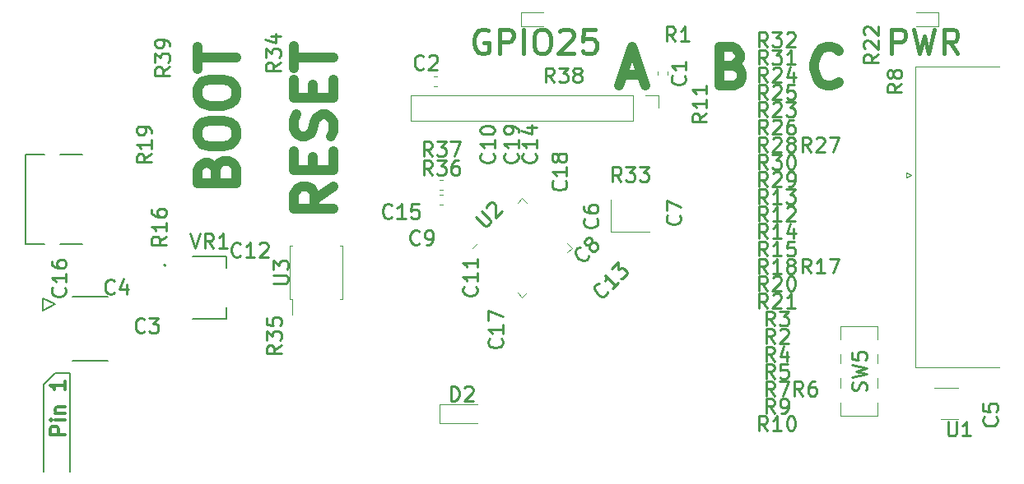
<source format=gto>
G04 #@! TF.GenerationSoftware,KiCad,Pcbnew,6.0.7-f9a2dced07~116~ubuntu22.04.1*
G04 #@! TF.CreationDate,2022-10-07T14:15:52-07:00*
G04 #@! TF.ProjectId,rc2014compat-pico-vga,72633230-3134-4636-9f6d-7061742d7069,rev?*
G04 #@! TF.SameCoordinates,Original*
G04 #@! TF.FileFunction,Legend,Top*
G04 #@! TF.FilePolarity,Positive*
%FSLAX46Y46*%
G04 Gerber Fmt 4.6, Leading zero omitted, Abs format (unit mm)*
G04 Created by KiCad (PCBNEW 6.0.7-f9a2dced07~116~ubuntu22.04.1) date 2022-10-07 14:15:52*
%MOMM*%
%LPD*%
G01*
G04 APERTURE LIST*
%ADD10C,0.200000*%
%ADD11C,0.400000*%
%ADD12C,0.300000*%
%ADD13C,1.000000*%
%ADD14C,0.250000*%
%ADD15C,0.120000*%
%ADD16C,0.152400*%
%ADD17C,0.150000*%
%ADD18C,0.127000*%
G04 APERTURE END LIST*
D10*
X154216100Y-142557500D02*
X155397200Y-141376400D01*
X155397200Y-141376400D02*
X156966920Y-141376400D01*
X156966920Y-141376400D02*
X156966920Y-151488140D01*
X154216100Y-151488140D02*
X154216100Y-142557500D01*
D11*
X199919247Y-106039600D02*
X199681152Y-105920552D01*
X199324009Y-105920552D01*
X198966866Y-106039600D01*
X198728771Y-106277695D01*
X198609723Y-106515790D01*
X198490676Y-106991980D01*
X198490676Y-107349123D01*
X198609723Y-107825314D01*
X198728771Y-108063409D01*
X198966866Y-108301504D01*
X199324009Y-108420552D01*
X199562104Y-108420552D01*
X199919247Y-108301504D01*
X200038295Y-108182457D01*
X200038295Y-107349123D01*
X199562104Y-107349123D01*
X201109723Y-108420552D02*
X201109723Y-105920552D01*
X202062104Y-105920552D01*
X202300200Y-106039600D01*
X202419247Y-106158647D01*
X202538295Y-106396742D01*
X202538295Y-106753885D01*
X202419247Y-106991980D01*
X202300200Y-107111028D01*
X202062104Y-107230076D01*
X201109723Y-107230076D01*
X203609723Y-108420552D02*
X203609723Y-105920552D01*
X205276390Y-105920552D02*
X205752580Y-105920552D01*
X205990676Y-106039600D01*
X206228771Y-106277695D01*
X206347819Y-106753885D01*
X206347819Y-107587219D01*
X206228771Y-108063409D01*
X205990676Y-108301504D01*
X205752580Y-108420552D01*
X205276390Y-108420552D01*
X205038295Y-108301504D01*
X204800200Y-108063409D01*
X204681152Y-107587219D01*
X204681152Y-106753885D01*
X204800200Y-106277695D01*
X205038295Y-106039600D01*
X205276390Y-105920552D01*
X207300200Y-106158647D02*
X207419247Y-106039600D01*
X207657342Y-105920552D01*
X208252580Y-105920552D01*
X208490676Y-106039600D01*
X208609723Y-106158647D01*
X208728771Y-106396742D01*
X208728771Y-106634838D01*
X208609723Y-106991980D01*
X207181152Y-108420552D01*
X208728771Y-108420552D01*
X210990676Y-105920552D02*
X209800200Y-105920552D01*
X209681152Y-107111028D01*
X209800200Y-106991980D01*
X210038295Y-106872933D01*
X210633533Y-106872933D01*
X210871628Y-106991980D01*
X210990676Y-107111028D01*
X211109723Y-107349123D01*
X211109723Y-107944361D01*
X210990676Y-108182457D01*
X210871628Y-108301504D01*
X210633533Y-108420552D01*
X210038295Y-108420552D01*
X209800200Y-108301504D01*
X209681152Y-108182457D01*
D12*
X156431371Y-147672085D02*
X154931371Y-147672085D01*
X154931371Y-147100657D01*
X155002800Y-146957800D01*
X155074228Y-146886371D01*
X155217085Y-146814942D01*
X155431371Y-146814942D01*
X155574228Y-146886371D01*
X155645657Y-146957800D01*
X155717085Y-147100657D01*
X155717085Y-147672085D01*
X156431371Y-146172085D02*
X155431371Y-146172085D01*
X154931371Y-146172085D02*
X155002800Y-146243514D01*
X155074228Y-146172085D01*
X155002800Y-146100657D01*
X154931371Y-146172085D01*
X155074228Y-146172085D01*
X155431371Y-145457800D02*
X156431371Y-145457800D01*
X155574228Y-145457800D02*
X155502800Y-145386371D01*
X155431371Y-145243514D01*
X155431371Y-145029228D01*
X155502800Y-144886371D01*
X155645657Y-144814942D01*
X156431371Y-144814942D01*
X156431371Y-142172085D02*
X156431371Y-143029228D01*
X156431371Y-142600657D02*
X154931371Y-142600657D01*
X155145657Y-142743514D01*
X155288514Y-142886371D01*
X155359942Y-143029228D01*
D11*
X241456666Y-108420552D02*
X241456666Y-105920552D01*
X242409047Y-105920552D01*
X242647142Y-106039600D01*
X242766190Y-106158647D01*
X242885238Y-106396742D01*
X242885238Y-106753885D01*
X242766190Y-106991980D01*
X242647142Y-107111028D01*
X242409047Y-107230076D01*
X241456666Y-107230076D01*
X243718571Y-105920552D02*
X244313809Y-108420552D01*
X244790000Y-106634838D01*
X245266190Y-108420552D01*
X245861428Y-105920552D01*
X248242380Y-108420552D02*
X247409047Y-107230076D01*
X246813809Y-108420552D02*
X246813809Y-105920552D01*
X247766190Y-105920552D01*
X248004285Y-106039600D01*
X248123333Y-106158647D01*
X248242380Y-106396742D01*
X248242380Y-106753885D01*
X248123333Y-106991980D01*
X248004285Y-107111028D01*
X247766190Y-107230076D01*
X246813809Y-107230076D01*
D13*
X184003723Y-122141523D02*
X182098961Y-123474857D01*
X184003723Y-124427238D02*
X180003723Y-124427238D01*
X180003723Y-122903428D01*
X180194200Y-122522476D01*
X180384676Y-122332000D01*
X180765628Y-122141523D01*
X181337057Y-122141523D01*
X181718009Y-122332000D01*
X181908485Y-122522476D01*
X182098961Y-122903428D01*
X182098961Y-124427238D01*
X181908485Y-120427238D02*
X181908485Y-119093904D01*
X184003723Y-118522476D02*
X184003723Y-120427238D01*
X180003723Y-120427238D01*
X180003723Y-118522476D01*
X183813247Y-116998666D02*
X184003723Y-116427238D01*
X184003723Y-115474857D01*
X183813247Y-115093904D01*
X183622771Y-114903428D01*
X183241819Y-114712952D01*
X182860866Y-114712952D01*
X182479914Y-114903428D01*
X182289438Y-115093904D01*
X182098961Y-115474857D01*
X181908485Y-116236761D01*
X181718009Y-116617714D01*
X181527533Y-116808190D01*
X181146580Y-116998666D01*
X180765628Y-116998666D01*
X180384676Y-116808190D01*
X180194200Y-116617714D01*
X180003723Y-116236761D01*
X180003723Y-115284380D01*
X180194200Y-114712952D01*
X181908485Y-112998666D02*
X181908485Y-111665333D01*
X184003723Y-111093904D02*
X184003723Y-112998666D01*
X180003723Y-112998666D01*
X180003723Y-111093904D01*
X180003723Y-109951047D02*
X180003723Y-107665333D01*
X184003723Y-108808190D02*
X180003723Y-108808190D01*
X235984895Y-111359771D02*
X235794419Y-111550247D01*
X235222990Y-111740723D01*
X234842038Y-111740723D01*
X234270609Y-111550247D01*
X233889657Y-111169295D01*
X233699180Y-110788342D01*
X233508704Y-110026438D01*
X233508704Y-109455009D01*
X233699180Y-108693104D01*
X233889657Y-108312152D01*
X234270609Y-107931200D01*
X234842038Y-107740723D01*
X235222990Y-107740723D01*
X235794419Y-107931200D01*
X235984895Y-108121676D01*
X213812219Y-110597866D02*
X215716980Y-110597866D01*
X213431266Y-111740723D02*
X214764600Y-107740723D01*
X216097933Y-111740723D01*
X225050314Y-109645485D02*
X225621742Y-109835961D01*
X225812219Y-110026438D01*
X226002695Y-110407390D01*
X226002695Y-110978819D01*
X225812219Y-111359771D01*
X225621742Y-111550247D01*
X225240790Y-111740723D01*
X223716980Y-111740723D01*
X223716980Y-107740723D01*
X225050314Y-107740723D01*
X225431266Y-107931200D01*
X225621742Y-108121676D01*
X225812219Y-108502628D01*
X225812219Y-108883580D01*
X225621742Y-109264533D01*
X225431266Y-109455009D01*
X225050314Y-109645485D01*
X223716980Y-109645485D01*
X171926285Y-120465171D02*
X172116761Y-119893742D01*
X172307238Y-119703266D01*
X172688190Y-119512790D01*
X173259619Y-119512790D01*
X173640571Y-119703266D01*
X173831047Y-119893742D01*
X174021523Y-120274695D01*
X174021523Y-121798504D01*
X170021523Y-121798504D01*
X170021523Y-120465171D01*
X170212000Y-120084219D01*
X170402476Y-119893742D01*
X170783428Y-119703266D01*
X171164380Y-119703266D01*
X171545333Y-119893742D01*
X171735809Y-120084219D01*
X171926285Y-120465171D01*
X171926285Y-121798504D01*
X170021523Y-117036600D02*
X170021523Y-116274695D01*
X170212000Y-115893742D01*
X170592952Y-115512790D01*
X171354857Y-115322314D01*
X172688190Y-115322314D01*
X173450095Y-115512790D01*
X173831047Y-115893742D01*
X174021523Y-116274695D01*
X174021523Y-117036600D01*
X173831047Y-117417552D01*
X173450095Y-117798504D01*
X172688190Y-117988980D01*
X171354857Y-117988980D01*
X170592952Y-117798504D01*
X170212000Y-117417552D01*
X170021523Y-117036600D01*
X170021523Y-112846123D02*
X170021523Y-112084219D01*
X170212000Y-111703266D01*
X170592952Y-111322314D01*
X171354857Y-111131838D01*
X172688190Y-111131838D01*
X173450095Y-111322314D01*
X173831047Y-111703266D01*
X174021523Y-112084219D01*
X174021523Y-112846123D01*
X173831047Y-113227076D01*
X173450095Y-113608028D01*
X172688190Y-113798504D01*
X171354857Y-113798504D01*
X170592952Y-113608028D01*
X170212000Y-113227076D01*
X170021523Y-112846123D01*
X170021523Y-109988980D02*
X170021523Y-107703266D01*
X174021523Y-108846123D02*
X170021523Y-108846123D01*
D14*
G04 #@! TO.C,R37*
X194158514Y-118991771D02*
X193658514Y-118277485D01*
X193301371Y-118991771D02*
X193301371Y-117491771D01*
X193872800Y-117491771D01*
X194015657Y-117563200D01*
X194087085Y-117634628D01*
X194158514Y-117777485D01*
X194158514Y-117991771D01*
X194087085Y-118134628D01*
X194015657Y-118206057D01*
X193872800Y-118277485D01*
X193301371Y-118277485D01*
X194658514Y-117491771D02*
X195587085Y-117491771D01*
X195087085Y-118063200D01*
X195301371Y-118063200D01*
X195444228Y-118134628D01*
X195515657Y-118206057D01*
X195587085Y-118348914D01*
X195587085Y-118706057D01*
X195515657Y-118848914D01*
X195444228Y-118920342D01*
X195301371Y-118991771D01*
X194872800Y-118991771D01*
X194729942Y-118920342D01*
X194658514Y-118848914D01*
X196087085Y-117491771D02*
X197087085Y-117491771D01*
X196444228Y-118991771D01*
G04 #@! TO.C,R21*
X228677114Y-134663571D02*
X228177114Y-133949285D01*
X227819971Y-134663571D02*
X227819971Y-133163571D01*
X228391400Y-133163571D01*
X228534257Y-133235000D01*
X228605685Y-133306428D01*
X228677114Y-133449285D01*
X228677114Y-133663571D01*
X228605685Y-133806428D01*
X228534257Y-133877857D01*
X228391400Y-133949285D01*
X227819971Y-133949285D01*
X229248542Y-133306428D02*
X229319971Y-133235000D01*
X229462828Y-133163571D01*
X229819971Y-133163571D01*
X229962828Y-133235000D01*
X230034257Y-133306428D01*
X230105685Y-133449285D01*
X230105685Y-133592142D01*
X230034257Y-133806428D01*
X229177114Y-134663571D01*
X230105685Y-134663571D01*
X231534257Y-134663571D02*
X230677114Y-134663571D01*
X231105685Y-134663571D02*
X231105685Y-133163571D01*
X230962828Y-133377857D01*
X230819971Y-133520714D01*
X230677114Y-133592142D01*
G04 #@! TO.C,SW5*
X238782942Y-143147800D02*
X238854371Y-142933514D01*
X238854371Y-142576371D01*
X238782942Y-142433514D01*
X238711514Y-142362085D01*
X238568657Y-142290657D01*
X238425800Y-142290657D01*
X238282942Y-142362085D01*
X238211514Y-142433514D01*
X238140085Y-142576371D01*
X238068657Y-142862085D01*
X237997228Y-143004942D01*
X237925800Y-143076371D01*
X237782942Y-143147800D01*
X237640085Y-143147800D01*
X237497228Y-143076371D01*
X237425800Y-143004942D01*
X237354371Y-142862085D01*
X237354371Y-142504942D01*
X237425800Y-142290657D01*
X237354371Y-141790657D02*
X238854371Y-141433514D01*
X237782942Y-141147800D01*
X238854371Y-140862085D01*
X237354371Y-140504942D01*
X237354371Y-139219228D02*
X237354371Y-139933514D01*
X238068657Y-140004942D01*
X237997228Y-139933514D01*
X237925800Y-139790657D01*
X237925800Y-139433514D01*
X237997228Y-139290657D01*
X238068657Y-139219228D01*
X238211514Y-139147800D01*
X238568657Y-139147800D01*
X238711514Y-139219228D01*
X238782942Y-139290657D01*
X238854371Y-139433514D01*
X238854371Y-139790657D01*
X238782942Y-139933514D01*
X238711514Y-140004942D01*
G04 #@! TO.C,C14*
X204802514Y-118718685D02*
X204873942Y-118790114D01*
X204945371Y-119004400D01*
X204945371Y-119147257D01*
X204873942Y-119361542D01*
X204731085Y-119504400D01*
X204588228Y-119575828D01*
X204302514Y-119647257D01*
X204088228Y-119647257D01*
X203802514Y-119575828D01*
X203659657Y-119504400D01*
X203516800Y-119361542D01*
X203445371Y-119147257D01*
X203445371Y-119004400D01*
X203516800Y-118790114D01*
X203588228Y-118718685D01*
X204945371Y-117290114D02*
X204945371Y-118147257D01*
X204945371Y-117718685D02*
X203445371Y-117718685D01*
X203659657Y-117861542D01*
X203802514Y-118004400D01*
X203873942Y-118147257D01*
X203945371Y-116004400D02*
X204945371Y-116004400D01*
X203373942Y-116361542D02*
X204445371Y-116718685D01*
X204445371Y-115790114D01*
G04 #@! TO.C,R10*
X228677114Y-147287371D02*
X228177114Y-146573085D01*
X227819971Y-147287371D02*
X227819971Y-145787371D01*
X228391400Y-145787371D01*
X228534257Y-145858800D01*
X228605685Y-145930228D01*
X228677114Y-146073085D01*
X228677114Y-146287371D01*
X228605685Y-146430228D01*
X228534257Y-146501657D01*
X228391400Y-146573085D01*
X227819971Y-146573085D01*
X230105685Y-147287371D02*
X229248542Y-147287371D01*
X229677114Y-147287371D02*
X229677114Y-145787371D01*
X229534257Y-146001657D01*
X229391400Y-146144514D01*
X229248542Y-146215942D01*
X231034257Y-145787371D02*
X231177114Y-145787371D01*
X231319971Y-145858800D01*
X231391400Y-145930228D01*
X231462828Y-146073085D01*
X231534257Y-146358800D01*
X231534257Y-146715942D01*
X231462828Y-147001657D01*
X231391400Y-147144514D01*
X231319971Y-147215942D01*
X231177114Y-147287371D01*
X231034257Y-147287371D01*
X230891400Y-147215942D01*
X230819971Y-147144514D01*
X230748542Y-147001657D01*
X230677114Y-146715942D01*
X230677114Y-146358800D01*
X230748542Y-146073085D01*
X230819971Y-145930228D01*
X230891400Y-145858800D01*
X231034257Y-145787371D01*
G04 #@! TO.C,C17*
X201297314Y-137819485D02*
X201368742Y-137890914D01*
X201440171Y-138105200D01*
X201440171Y-138248057D01*
X201368742Y-138462342D01*
X201225885Y-138605200D01*
X201083028Y-138676628D01*
X200797314Y-138748057D01*
X200583028Y-138748057D01*
X200297314Y-138676628D01*
X200154457Y-138605200D01*
X200011600Y-138462342D01*
X199940171Y-138248057D01*
X199940171Y-138105200D01*
X200011600Y-137890914D01*
X200083028Y-137819485D01*
X201440171Y-136390914D02*
X201440171Y-137248057D01*
X201440171Y-136819485D02*
X199940171Y-136819485D01*
X200154457Y-136962342D01*
X200297314Y-137105200D01*
X200368742Y-137248057D01*
X199940171Y-135890914D02*
X199940171Y-134890914D01*
X201440171Y-135533771D01*
G04 #@! TO.C,R13*
X228677114Y-123919371D02*
X228177114Y-123205085D01*
X227819971Y-123919371D02*
X227819971Y-122419371D01*
X228391400Y-122419371D01*
X228534257Y-122490800D01*
X228605685Y-122562228D01*
X228677114Y-122705085D01*
X228677114Y-122919371D01*
X228605685Y-123062228D01*
X228534257Y-123133657D01*
X228391400Y-123205085D01*
X227819971Y-123205085D01*
X230105685Y-123919371D02*
X229248542Y-123919371D01*
X229677114Y-123919371D02*
X229677114Y-122419371D01*
X229534257Y-122633657D01*
X229391400Y-122776514D01*
X229248542Y-122847942D01*
X230605685Y-122419371D02*
X231534257Y-122419371D01*
X231034257Y-122990800D01*
X231248542Y-122990800D01*
X231391400Y-123062228D01*
X231462828Y-123133657D01*
X231534257Y-123276514D01*
X231534257Y-123633657D01*
X231462828Y-123776514D01*
X231391400Y-123847942D01*
X231248542Y-123919371D01*
X230819971Y-123919371D01*
X230677114Y-123847942D01*
X230605685Y-123776514D01*
G04 #@! TO.C,R9*
X229391400Y-145483971D02*
X228891400Y-144769685D01*
X228534257Y-145483971D02*
X228534257Y-143983971D01*
X229105685Y-143983971D01*
X229248542Y-144055400D01*
X229319971Y-144126828D01*
X229391400Y-144269685D01*
X229391400Y-144483971D01*
X229319971Y-144626828D01*
X229248542Y-144698257D01*
X229105685Y-144769685D01*
X228534257Y-144769685D01*
X230105685Y-145483971D02*
X230391400Y-145483971D01*
X230534257Y-145412542D01*
X230605685Y-145341114D01*
X230748542Y-145126828D01*
X230819971Y-144841114D01*
X230819971Y-144269685D01*
X230748542Y-144126828D01*
X230677114Y-144055400D01*
X230534257Y-143983971D01*
X230248542Y-143983971D01*
X230105685Y-144055400D01*
X230034257Y-144126828D01*
X229962828Y-144269685D01*
X229962828Y-144626828D01*
X230034257Y-144769685D01*
X230105685Y-144841114D01*
X230248542Y-144912542D01*
X230534257Y-144912542D01*
X230677114Y-144841114D01*
X230748542Y-144769685D01*
X230819971Y-144626828D01*
G04 #@! TO.C,C8*
X210285430Y-129231983D02*
X210285430Y-129332999D01*
X210184415Y-129535029D01*
X210083400Y-129636044D01*
X209881369Y-129737060D01*
X209679338Y-129737060D01*
X209527816Y-129686552D01*
X209275277Y-129535029D01*
X209123755Y-129383506D01*
X208972232Y-129130968D01*
X208921724Y-128979445D01*
X208921724Y-128777415D01*
X209022739Y-128575384D01*
X209123755Y-128474369D01*
X209325785Y-128373354D01*
X209426800Y-128373354D01*
X210386445Y-128120816D02*
X210234922Y-128171323D01*
X210133907Y-128171323D01*
X209982384Y-128120816D01*
X209931877Y-128070308D01*
X209881369Y-127918785D01*
X209881369Y-127817770D01*
X209931877Y-127666247D01*
X210133907Y-127464216D01*
X210285430Y-127413709D01*
X210386445Y-127413709D01*
X210537968Y-127464216D01*
X210588476Y-127514724D01*
X210638983Y-127666247D01*
X210638983Y-127767262D01*
X210588476Y-127918785D01*
X210386445Y-128120816D01*
X210335938Y-128272338D01*
X210335938Y-128373354D01*
X210386445Y-128524877D01*
X210588476Y-128726907D01*
X210739999Y-128777415D01*
X210841014Y-128777415D01*
X210992537Y-128726907D01*
X211194567Y-128524877D01*
X211245075Y-128373354D01*
X211245075Y-128272338D01*
X211194567Y-128120816D01*
X210992537Y-127918785D01*
X210841014Y-127868277D01*
X210739999Y-127868277D01*
X210588476Y-127918785D01*
G04 #@! TO.C,R33*
X213614914Y-121633371D02*
X213114914Y-120919085D01*
X212757771Y-121633371D02*
X212757771Y-120133371D01*
X213329200Y-120133371D01*
X213472057Y-120204800D01*
X213543485Y-120276228D01*
X213614914Y-120419085D01*
X213614914Y-120633371D01*
X213543485Y-120776228D01*
X213472057Y-120847657D01*
X213329200Y-120919085D01*
X212757771Y-120919085D01*
X214114914Y-120133371D02*
X215043485Y-120133371D01*
X214543485Y-120704800D01*
X214757771Y-120704800D01*
X214900628Y-120776228D01*
X214972057Y-120847657D01*
X215043485Y-120990514D01*
X215043485Y-121347657D01*
X214972057Y-121490514D01*
X214900628Y-121561942D01*
X214757771Y-121633371D01*
X214329200Y-121633371D01*
X214186342Y-121561942D01*
X214114914Y-121490514D01*
X215543485Y-120133371D02*
X216472057Y-120133371D01*
X215972057Y-120704800D01*
X216186342Y-120704800D01*
X216329200Y-120776228D01*
X216400628Y-120847657D01*
X216472057Y-120990514D01*
X216472057Y-121347657D01*
X216400628Y-121490514D01*
X216329200Y-121561942D01*
X216186342Y-121633371D01*
X215757771Y-121633371D01*
X215614914Y-121561942D01*
X215543485Y-121490514D01*
G04 #@! TO.C,R16*
X166845371Y-127253085D02*
X166131085Y-127753085D01*
X166845371Y-128110228D02*
X165345371Y-128110228D01*
X165345371Y-127538800D01*
X165416800Y-127395942D01*
X165488228Y-127324514D01*
X165631085Y-127253085D01*
X165845371Y-127253085D01*
X165988228Y-127324514D01*
X166059657Y-127395942D01*
X166131085Y-127538800D01*
X166131085Y-128110228D01*
X166845371Y-125824514D02*
X166845371Y-126681657D01*
X166845371Y-126253085D02*
X165345371Y-126253085D01*
X165559657Y-126395942D01*
X165702514Y-126538800D01*
X165773942Y-126681657D01*
X165345371Y-124538800D02*
X165345371Y-124824514D01*
X165416800Y-124967371D01*
X165488228Y-125038800D01*
X165702514Y-125181657D01*
X165988228Y-125253085D01*
X166559657Y-125253085D01*
X166702514Y-125181657D01*
X166773942Y-125110228D01*
X166845371Y-124967371D01*
X166845371Y-124681657D01*
X166773942Y-124538800D01*
X166702514Y-124467371D01*
X166559657Y-124395942D01*
X166202514Y-124395942D01*
X166059657Y-124467371D01*
X165988228Y-124538800D01*
X165916800Y-124681657D01*
X165916800Y-124967371D01*
X165988228Y-125110228D01*
X166059657Y-125181657D01*
X166202514Y-125253085D01*
G04 #@! TO.C,R1*
X219180600Y-107155371D02*
X218680600Y-106441085D01*
X218323457Y-107155371D02*
X218323457Y-105655371D01*
X218894885Y-105655371D01*
X219037742Y-105726800D01*
X219109171Y-105798228D01*
X219180600Y-105941085D01*
X219180600Y-106155371D01*
X219109171Y-106298228D01*
X219037742Y-106369657D01*
X218894885Y-106441085D01*
X218323457Y-106441085D01*
X220609171Y-107155371D02*
X219752028Y-107155371D01*
X220180600Y-107155371D02*
X220180600Y-105655371D01*
X220037742Y-105869657D01*
X219894885Y-106012514D01*
X219752028Y-106083942D01*
G04 #@! TO.C,R35*
X178656371Y-138454485D02*
X177942085Y-138954485D01*
X178656371Y-139311628D02*
X177156371Y-139311628D01*
X177156371Y-138740200D01*
X177227800Y-138597342D01*
X177299228Y-138525914D01*
X177442085Y-138454485D01*
X177656371Y-138454485D01*
X177799228Y-138525914D01*
X177870657Y-138597342D01*
X177942085Y-138740200D01*
X177942085Y-139311628D01*
X177156371Y-137954485D02*
X177156371Y-137025914D01*
X177727800Y-137525914D01*
X177727800Y-137311628D01*
X177799228Y-137168771D01*
X177870657Y-137097342D01*
X178013514Y-137025914D01*
X178370657Y-137025914D01*
X178513514Y-137097342D01*
X178584942Y-137168771D01*
X178656371Y-137311628D01*
X178656371Y-137740200D01*
X178584942Y-137883057D01*
X178513514Y-137954485D01*
X177156371Y-135668771D02*
X177156371Y-136383057D01*
X177870657Y-136454485D01*
X177799228Y-136383057D01*
X177727800Y-136240200D01*
X177727800Y-135883057D01*
X177799228Y-135740200D01*
X177870657Y-135668771D01*
X178013514Y-135597342D01*
X178370657Y-135597342D01*
X178513514Y-135668771D01*
X178584942Y-135740200D01*
X178656371Y-135883057D01*
X178656371Y-136240200D01*
X178584942Y-136383057D01*
X178513514Y-136454485D01*
G04 #@! TO.C,C11*
X198708114Y-132434685D02*
X198779542Y-132506114D01*
X198850971Y-132720400D01*
X198850971Y-132863257D01*
X198779542Y-133077542D01*
X198636685Y-133220400D01*
X198493828Y-133291828D01*
X198208114Y-133363257D01*
X197993828Y-133363257D01*
X197708114Y-133291828D01*
X197565257Y-133220400D01*
X197422400Y-133077542D01*
X197350971Y-132863257D01*
X197350971Y-132720400D01*
X197422400Y-132506114D01*
X197493828Y-132434685D01*
X198850971Y-131006114D02*
X198850971Y-131863257D01*
X198850971Y-131434685D02*
X197350971Y-131434685D01*
X197565257Y-131577542D01*
X197708114Y-131720400D01*
X197779542Y-131863257D01*
X198850971Y-129577542D02*
X198850971Y-130434685D01*
X198850971Y-130006114D02*
X197350971Y-130006114D01*
X197565257Y-130148971D01*
X197708114Y-130291828D01*
X197779542Y-130434685D01*
G04 #@! TO.C,R3*
X229391400Y-136466971D02*
X228891400Y-135752685D01*
X228534257Y-136466971D02*
X228534257Y-134966971D01*
X229105685Y-134966971D01*
X229248542Y-135038400D01*
X229319971Y-135109828D01*
X229391400Y-135252685D01*
X229391400Y-135466971D01*
X229319971Y-135609828D01*
X229248542Y-135681257D01*
X229105685Y-135752685D01*
X228534257Y-135752685D01*
X229891400Y-134966971D02*
X230819971Y-134966971D01*
X230319971Y-135538400D01*
X230534257Y-135538400D01*
X230677114Y-135609828D01*
X230748542Y-135681257D01*
X230819971Y-135824114D01*
X230819971Y-136181257D01*
X230748542Y-136324114D01*
X230677114Y-136395542D01*
X230534257Y-136466971D01*
X230105685Y-136466971D01*
X229962828Y-136395542D01*
X229891400Y-136324114D01*
G04 #@! TO.C,R5*
X229391400Y-141902571D02*
X228891400Y-141188285D01*
X228534257Y-141902571D02*
X228534257Y-140402571D01*
X229105685Y-140402571D01*
X229248542Y-140474000D01*
X229319971Y-140545428D01*
X229391400Y-140688285D01*
X229391400Y-140902571D01*
X229319971Y-141045428D01*
X229248542Y-141116857D01*
X229105685Y-141188285D01*
X228534257Y-141188285D01*
X230748542Y-140402571D02*
X230034257Y-140402571D01*
X229962828Y-141116857D01*
X230034257Y-141045428D01*
X230177114Y-140974000D01*
X230534257Y-140974000D01*
X230677114Y-141045428D01*
X230748542Y-141116857D01*
X230819971Y-141259714D01*
X230819971Y-141616857D01*
X230748542Y-141759714D01*
X230677114Y-141831142D01*
X230534257Y-141902571D01*
X230177114Y-141902571D01*
X230034257Y-141831142D01*
X229962828Y-141759714D01*
G04 #@! TO.C,C16*
X156390114Y-132510885D02*
X156461542Y-132582314D01*
X156532971Y-132796600D01*
X156532971Y-132939457D01*
X156461542Y-133153742D01*
X156318685Y-133296600D01*
X156175828Y-133368028D01*
X155890114Y-133439457D01*
X155675828Y-133439457D01*
X155390114Y-133368028D01*
X155247257Y-133296600D01*
X155104400Y-133153742D01*
X155032971Y-132939457D01*
X155032971Y-132796600D01*
X155104400Y-132582314D01*
X155175828Y-132510885D01*
X156532971Y-131082314D02*
X156532971Y-131939457D01*
X156532971Y-131510885D02*
X155032971Y-131510885D01*
X155247257Y-131653742D01*
X155390114Y-131796600D01*
X155461542Y-131939457D01*
X155032971Y-129796600D02*
X155032971Y-130082314D01*
X155104400Y-130225171D01*
X155175828Y-130296600D01*
X155390114Y-130439457D01*
X155675828Y-130510885D01*
X156247257Y-130510885D01*
X156390114Y-130439457D01*
X156461542Y-130368028D01*
X156532971Y-130225171D01*
X156532971Y-129939457D01*
X156461542Y-129796600D01*
X156390114Y-129725171D01*
X156247257Y-129653742D01*
X155890114Y-129653742D01*
X155747257Y-129725171D01*
X155675828Y-129796600D01*
X155604400Y-129939457D01*
X155604400Y-130225171D01*
X155675828Y-130368028D01*
X155747257Y-130439457D01*
X155890114Y-130510885D01*
G04 #@! TO.C,R24*
X228677114Y-111346371D02*
X228177114Y-110632085D01*
X227819971Y-111346371D02*
X227819971Y-109846371D01*
X228391400Y-109846371D01*
X228534257Y-109917800D01*
X228605685Y-109989228D01*
X228677114Y-110132085D01*
X228677114Y-110346371D01*
X228605685Y-110489228D01*
X228534257Y-110560657D01*
X228391400Y-110632085D01*
X227819971Y-110632085D01*
X229248542Y-109989228D02*
X229319971Y-109917800D01*
X229462828Y-109846371D01*
X229819971Y-109846371D01*
X229962828Y-109917800D01*
X230034257Y-109989228D01*
X230105685Y-110132085D01*
X230105685Y-110274942D01*
X230034257Y-110489228D01*
X229177114Y-111346371D01*
X230105685Y-111346371D01*
X231391400Y-110346371D02*
X231391400Y-111346371D01*
X231034257Y-109774942D02*
X230677114Y-110846371D01*
X231605685Y-110846371D01*
G04 #@! TO.C,R30*
X228677114Y-120337971D02*
X228177114Y-119623685D01*
X227819971Y-120337971D02*
X227819971Y-118837971D01*
X228391400Y-118837971D01*
X228534257Y-118909400D01*
X228605685Y-118980828D01*
X228677114Y-119123685D01*
X228677114Y-119337971D01*
X228605685Y-119480828D01*
X228534257Y-119552257D01*
X228391400Y-119623685D01*
X227819971Y-119623685D01*
X229177114Y-118837971D02*
X230105685Y-118837971D01*
X229605685Y-119409400D01*
X229819971Y-119409400D01*
X229962828Y-119480828D01*
X230034257Y-119552257D01*
X230105685Y-119695114D01*
X230105685Y-120052257D01*
X230034257Y-120195114D01*
X229962828Y-120266542D01*
X229819971Y-120337971D01*
X229391400Y-120337971D01*
X229248542Y-120266542D01*
X229177114Y-120195114D01*
X231034257Y-118837971D02*
X231177114Y-118837971D01*
X231319971Y-118909400D01*
X231391400Y-118980828D01*
X231462828Y-119123685D01*
X231534257Y-119409400D01*
X231534257Y-119766542D01*
X231462828Y-120052257D01*
X231391400Y-120195114D01*
X231319971Y-120266542D01*
X231177114Y-120337971D01*
X231034257Y-120337971D01*
X230891400Y-120266542D01*
X230819971Y-120195114D01*
X230748542Y-120052257D01*
X230677114Y-119766542D01*
X230677114Y-119409400D01*
X230748542Y-119123685D01*
X230819971Y-118980828D01*
X230891400Y-118909400D01*
X231034257Y-118837971D01*
G04 #@! TO.C,C3*
X164596000Y-137035314D02*
X164524571Y-137106742D01*
X164310285Y-137178171D01*
X164167428Y-137178171D01*
X163953142Y-137106742D01*
X163810285Y-136963885D01*
X163738857Y-136821028D01*
X163667428Y-136535314D01*
X163667428Y-136321028D01*
X163738857Y-136035314D01*
X163810285Y-135892457D01*
X163953142Y-135749600D01*
X164167428Y-135678171D01*
X164310285Y-135678171D01*
X164524571Y-135749600D01*
X164596000Y-135821028D01*
X165096000Y-135678171D02*
X166024571Y-135678171D01*
X165524571Y-136249600D01*
X165738857Y-136249600D01*
X165881714Y-136321028D01*
X165953142Y-136392457D01*
X166024571Y-136535314D01*
X166024571Y-136892457D01*
X165953142Y-137035314D01*
X165881714Y-137106742D01*
X165738857Y-137178171D01*
X165310285Y-137178171D01*
X165167428Y-137106742D01*
X165096000Y-137035314D01*
G04 #@! TO.C,U1*
X247243742Y-146320771D02*
X247243742Y-147535057D01*
X247315171Y-147677914D01*
X247386600Y-147749342D01*
X247529457Y-147820771D01*
X247815171Y-147820771D01*
X247958028Y-147749342D01*
X248029457Y-147677914D01*
X248100885Y-147535057D01*
X248100885Y-146320771D01*
X249600885Y-147820771D02*
X248743742Y-147820771D01*
X249172314Y-147820771D02*
X249172314Y-146320771D01*
X249029457Y-146535057D01*
X248886600Y-146677914D01*
X248743742Y-146749342D01*
G04 #@! TO.C,R23*
X228677114Y-114927771D02*
X228177114Y-114213485D01*
X227819971Y-114927771D02*
X227819971Y-113427771D01*
X228391400Y-113427771D01*
X228534257Y-113499200D01*
X228605685Y-113570628D01*
X228677114Y-113713485D01*
X228677114Y-113927771D01*
X228605685Y-114070628D01*
X228534257Y-114142057D01*
X228391400Y-114213485D01*
X227819971Y-114213485D01*
X229248542Y-113570628D02*
X229319971Y-113499200D01*
X229462828Y-113427771D01*
X229819971Y-113427771D01*
X229962828Y-113499200D01*
X230034257Y-113570628D01*
X230105685Y-113713485D01*
X230105685Y-113856342D01*
X230034257Y-114070628D01*
X229177114Y-114927771D01*
X230105685Y-114927771D01*
X230605685Y-113427771D02*
X231534257Y-113427771D01*
X231034257Y-113999200D01*
X231248542Y-113999200D01*
X231391400Y-114070628D01*
X231462828Y-114142057D01*
X231534257Y-114284914D01*
X231534257Y-114642057D01*
X231462828Y-114784914D01*
X231391400Y-114856342D01*
X231248542Y-114927771D01*
X230819971Y-114927771D01*
X230677114Y-114856342D01*
X230605685Y-114784914D01*
G04 #@! TO.C,R2*
X229391400Y-138270371D02*
X228891400Y-137556085D01*
X228534257Y-138270371D02*
X228534257Y-136770371D01*
X229105685Y-136770371D01*
X229248542Y-136841800D01*
X229319971Y-136913228D01*
X229391400Y-137056085D01*
X229391400Y-137270371D01*
X229319971Y-137413228D01*
X229248542Y-137484657D01*
X229105685Y-137556085D01*
X228534257Y-137556085D01*
X229962828Y-136913228D02*
X230034257Y-136841800D01*
X230177114Y-136770371D01*
X230534257Y-136770371D01*
X230677114Y-136841800D01*
X230748542Y-136913228D01*
X230819971Y-137056085D01*
X230819971Y-137198942D01*
X230748542Y-137413228D01*
X229891400Y-138270371D01*
X230819971Y-138270371D01*
G04 #@! TO.C,R7*
X229391400Y-143705971D02*
X228891400Y-142991685D01*
X228534257Y-143705971D02*
X228534257Y-142205971D01*
X229105685Y-142205971D01*
X229248542Y-142277400D01*
X229319971Y-142348828D01*
X229391400Y-142491685D01*
X229391400Y-142705971D01*
X229319971Y-142848828D01*
X229248542Y-142920257D01*
X229105685Y-142991685D01*
X228534257Y-142991685D01*
X229891400Y-142205971D02*
X230891400Y-142205971D01*
X230248542Y-143705971D01*
G04 #@! TO.C,C6*
X211100114Y-125421200D02*
X211171542Y-125492628D01*
X211242971Y-125706914D01*
X211242971Y-125849771D01*
X211171542Y-126064057D01*
X211028685Y-126206914D01*
X210885828Y-126278342D01*
X210600114Y-126349771D01*
X210385828Y-126349771D01*
X210100114Y-126278342D01*
X209957257Y-126206914D01*
X209814400Y-126064057D01*
X209742971Y-125849771D01*
X209742971Y-125706914D01*
X209814400Y-125492628D01*
X209885828Y-125421200D01*
X209742971Y-124135485D02*
X209742971Y-124421200D01*
X209814400Y-124564057D01*
X209885828Y-124635485D01*
X210100114Y-124778342D01*
X210385828Y-124849771D01*
X210957257Y-124849771D01*
X211100114Y-124778342D01*
X211171542Y-124706914D01*
X211242971Y-124564057D01*
X211242971Y-124278342D01*
X211171542Y-124135485D01*
X211100114Y-124064057D01*
X210957257Y-123992628D01*
X210600114Y-123992628D01*
X210457257Y-124064057D01*
X210385828Y-124135485D01*
X210314400Y-124278342D01*
X210314400Y-124564057D01*
X210385828Y-124706914D01*
X210457257Y-124778342D01*
X210600114Y-124849771D01*
G04 #@! TO.C,R32*
X228677114Y-107739571D02*
X228177114Y-107025285D01*
X227819971Y-107739571D02*
X227819971Y-106239571D01*
X228391400Y-106239571D01*
X228534257Y-106311000D01*
X228605685Y-106382428D01*
X228677114Y-106525285D01*
X228677114Y-106739571D01*
X228605685Y-106882428D01*
X228534257Y-106953857D01*
X228391400Y-107025285D01*
X227819971Y-107025285D01*
X229177114Y-106239571D02*
X230105685Y-106239571D01*
X229605685Y-106811000D01*
X229819971Y-106811000D01*
X229962828Y-106882428D01*
X230034257Y-106953857D01*
X230105685Y-107096714D01*
X230105685Y-107453857D01*
X230034257Y-107596714D01*
X229962828Y-107668142D01*
X229819971Y-107739571D01*
X229391400Y-107739571D01*
X229248542Y-107668142D01*
X229177114Y-107596714D01*
X230677114Y-106382428D02*
X230748542Y-106311000D01*
X230891400Y-106239571D01*
X231248542Y-106239571D01*
X231391400Y-106311000D01*
X231462828Y-106382428D01*
X231534257Y-106525285D01*
X231534257Y-106668142D01*
X231462828Y-106882428D01*
X230605685Y-107739571D01*
X231534257Y-107739571D01*
G04 #@! TO.C,R29*
X228677114Y-122141371D02*
X228177114Y-121427085D01*
X227819971Y-122141371D02*
X227819971Y-120641371D01*
X228391400Y-120641371D01*
X228534257Y-120712800D01*
X228605685Y-120784228D01*
X228677114Y-120927085D01*
X228677114Y-121141371D01*
X228605685Y-121284228D01*
X228534257Y-121355657D01*
X228391400Y-121427085D01*
X227819971Y-121427085D01*
X229248542Y-120784228D02*
X229319971Y-120712800D01*
X229462828Y-120641371D01*
X229819971Y-120641371D01*
X229962828Y-120712800D01*
X230034257Y-120784228D01*
X230105685Y-120927085D01*
X230105685Y-121069942D01*
X230034257Y-121284228D01*
X229177114Y-122141371D01*
X230105685Y-122141371D01*
X230819971Y-122141371D02*
X231105685Y-122141371D01*
X231248542Y-122069942D01*
X231319971Y-121998514D01*
X231462828Y-121784228D01*
X231534257Y-121498514D01*
X231534257Y-120927085D01*
X231462828Y-120784228D01*
X231391400Y-120712800D01*
X231248542Y-120641371D01*
X230962828Y-120641371D01*
X230819971Y-120712800D01*
X230748542Y-120784228D01*
X230677114Y-120927085D01*
X230677114Y-121284228D01*
X230748542Y-121427085D01*
X230819971Y-121498514D01*
X230962828Y-121569942D01*
X231248542Y-121569942D01*
X231391400Y-121498514D01*
X231462828Y-121427085D01*
X231534257Y-121284228D01*
G04 #@! TO.C,D2*
X196098457Y-144220571D02*
X196098457Y-142720571D01*
X196455600Y-142720571D01*
X196669885Y-142792000D01*
X196812742Y-142934857D01*
X196884171Y-143077714D01*
X196955600Y-143363428D01*
X196955600Y-143577714D01*
X196884171Y-143863428D01*
X196812742Y-144006285D01*
X196669885Y-144149142D01*
X196455600Y-144220571D01*
X196098457Y-144220571D01*
X197527028Y-142863428D02*
X197598457Y-142792000D01*
X197741314Y-142720571D01*
X198098457Y-142720571D01*
X198241314Y-142792000D01*
X198312742Y-142863428D01*
X198384171Y-143006285D01*
X198384171Y-143149142D01*
X198312742Y-143363428D01*
X197455600Y-144220571D01*
X198384171Y-144220571D01*
G04 #@! TO.C,R22*
X240073571Y-108482485D02*
X239359285Y-108982485D01*
X240073571Y-109339628D02*
X238573571Y-109339628D01*
X238573571Y-108768200D01*
X238645000Y-108625342D01*
X238716428Y-108553914D01*
X238859285Y-108482485D01*
X239073571Y-108482485D01*
X239216428Y-108553914D01*
X239287857Y-108625342D01*
X239359285Y-108768200D01*
X239359285Y-109339628D01*
X238716428Y-107911057D02*
X238645000Y-107839628D01*
X238573571Y-107696771D01*
X238573571Y-107339628D01*
X238645000Y-107196771D01*
X238716428Y-107125342D01*
X238859285Y-107053914D01*
X239002142Y-107053914D01*
X239216428Y-107125342D01*
X240073571Y-107982485D01*
X240073571Y-107053914D01*
X238716428Y-106482485D02*
X238645000Y-106411057D01*
X238573571Y-106268200D01*
X238573571Y-105911057D01*
X238645000Y-105768200D01*
X238716428Y-105696771D01*
X238859285Y-105625342D01*
X239002142Y-105625342D01*
X239216428Y-105696771D01*
X240073571Y-106553914D01*
X240073571Y-105625342D01*
G04 #@! TO.C,C10*
X200484514Y-118744085D02*
X200555942Y-118815514D01*
X200627371Y-119029800D01*
X200627371Y-119172657D01*
X200555942Y-119386942D01*
X200413085Y-119529800D01*
X200270228Y-119601228D01*
X199984514Y-119672657D01*
X199770228Y-119672657D01*
X199484514Y-119601228D01*
X199341657Y-119529800D01*
X199198800Y-119386942D01*
X199127371Y-119172657D01*
X199127371Y-119029800D01*
X199198800Y-118815514D01*
X199270228Y-118744085D01*
X200627371Y-117315514D02*
X200627371Y-118172657D01*
X200627371Y-117744085D02*
X199127371Y-117744085D01*
X199341657Y-117886942D01*
X199484514Y-118029800D01*
X199555942Y-118172657D01*
X199127371Y-116386942D02*
X199127371Y-116244085D01*
X199198800Y-116101228D01*
X199270228Y-116029800D01*
X199413085Y-115958371D01*
X199698800Y-115886942D01*
X200055942Y-115886942D01*
X200341657Y-115958371D01*
X200484514Y-116029800D01*
X200555942Y-116101228D01*
X200627371Y-116244085D01*
X200627371Y-116386942D01*
X200555942Y-116529800D01*
X200484514Y-116601228D01*
X200341657Y-116672657D01*
X200055942Y-116744085D01*
X199698800Y-116744085D01*
X199413085Y-116672657D01*
X199270228Y-116601228D01*
X199198800Y-116529800D01*
X199127371Y-116386942D01*
G04 #@! TO.C,R27*
X233122114Y-118534571D02*
X232622114Y-117820285D01*
X232264971Y-118534571D02*
X232264971Y-117034571D01*
X232836400Y-117034571D01*
X232979257Y-117106000D01*
X233050685Y-117177428D01*
X233122114Y-117320285D01*
X233122114Y-117534571D01*
X233050685Y-117677428D01*
X232979257Y-117748857D01*
X232836400Y-117820285D01*
X232264971Y-117820285D01*
X233693542Y-117177428D02*
X233764971Y-117106000D01*
X233907828Y-117034571D01*
X234264971Y-117034571D01*
X234407828Y-117106000D01*
X234479257Y-117177428D01*
X234550685Y-117320285D01*
X234550685Y-117463142D01*
X234479257Y-117677428D01*
X233622114Y-118534571D01*
X234550685Y-118534571D01*
X235050685Y-117034571D02*
X236050685Y-117034571D01*
X235407828Y-118534571D01*
G04 #@! TO.C,C18*
X207875914Y-121563485D02*
X207947342Y-121634914D01*
X208018771Y-121849200D01*
X208018771Y-121992057D01*
X207947342Y-122206342D01*
X207804485Y-122349200D01*
X207661628Y-122420628D01*
X207375914Y-122492057D01*
X207161628Y-122492057D01*
X206875914Y-122420628D01*
X206733057Y-122349200D01*
X206590200Y-122206342D01*
X206518771Y-121992057D01*
X206518771Y-121849200D01*
X206590200Y-121634914D01*
X206661628Y-121563485D01*
X208018771Y-120134914D02*
X208018771Y-120992057D01*
X208018771Y-120563485D02*
X206518771Y-120563485D01*
X206733057Y-120706342D01*
X206875914Y-120849200D01*
X206947342Y-120992057D01*
X207161628Y-119277771D02*
X207090200Y-119420628D01*
X207018771Y-119492057D01*
X206875914Y-119563485D01*
X206804485Y-119563485D01*
X206661628Y-119492057D01*
X206590200Y-119420628D01*
X206518771Y-119277771D01*
X206518771Y-118992057D01*
X206590200Y-118849200D01*
X206661628Y-118777771D01*
X206804485Y-118706342D01*
X206875914Y-118706342D01*
X207018771Y-118777771D01*
X207090200Y-118849200D01*
X207161628Y-118992057D01*
X207161628Y-119277771D01*
X207233057Y-119420628D01*
X207304485Y-119492057D01*
X207447342Y-119563485D01*
X207733057Y-119563485D01*
X207875914Y-119492057D01*
X207947342Y-119420628D01*
X208018771Y-119277771D01*
X208018771Y-118992057D01*
X207947342Y-118849200D01*
X207875914Y-118777771D01*
X207733057Y-118706342D01*
X207447342Y-118706342D01*
X207304485Y-118777771D01*
X207233057Y-118849200D01*
X207161628Y-118992057D01*
G04 #@! TO.C,R38*
X206706114Y-111397171D02*
X206206114Y-110682885D01*
X205848971Y-111397171D02*
X205848971Y-109897171D01*
X206420400Y-109897171D01*
X206563257Y-109968600D01*
X206634685Y-110040028D01*
X206706114Y-110182885D01*
X206706114Y-110397171D01*
X206634685Y-110540028D01*
X206563257Y-110611457D01*
X206420400Y-110682885D01*
X205848971Y-110682885D01*
X207206114Y-109897171D02*
X208134685Y-109897171D01*
X207634685Y-110468600D01*
X207848971Y-110468600D01*
X207991828Y-110540028D01*
X208063257Y-110611457D01*
X208134685Y-110754314D01*
X208134685Y-111111457D01*
X208063257Y-111254314D01*
X207991828Y-111325742D01*
X207848971Y-111397171D01*
X207420400Y-111397171D01*
X207277542Y-111325742D01*
X207206114Y-111254314D01*
X208991828Y-110540028D02*
X208848971Y-110468600D01*
X208777542Y-110397171D01*
X208706114Y-110254314D01*
X208706114Y-110182885D01*
X208777542Y-110040028D01*
X208848971Y-109968600D01*
X208991828Y-109897171D01*
X209277542Y-109897171D01*
X209420400Y-109968600D01*
X209491828Y-110040028D01*
X209563257Y-110182885D01*
X209563257Y-110254314D01*
X209491828Y-110397171D01*
X209420400Y-110468600D01*
X209277542Y-110540028D01*
X208991828Y-110540028D01*
X208848971Y-110611457D01*
X208777542Y-110682885D01*
X208706114Y-110825742D01*
X208706114Y-111111457D01*
X208777542Y-111254314D01*
X208848971Y-111325742D01*
X208991828Y-111397171D01*
X209277542Y-111397171D01*
X209420400Y-111325742D01*
X209491828Y-111254314D01*
X209563257Y-111111457D01*
X209563257Y-110825742D01*
X209491828Y-110682885D01*
X209420400Y-110611457D01*
X209277542Y-110540028D01*
G04 #@! TO.C,R20*
X228677114Y-132860171D02*
X228177114Y-132145885D01*
X227819971Y-132860171D02*
X227819971Y-131360171D01*
X228391400Y-131360171D01*
X228534257Y-131431600D01*
X228605685Y-131503028D01*
X228677114Y-131645885D01*
X228677114Y-131860171D01*
X228605685Y-132003028D01*
X228534257Y-132074457D01*
X228391400Y-132145885D01*
X227819971Y-132145885D01*
X229248542Y-131503028D02*
X229319971Y-131431600D01*
X229462828Y-131360171D01*
X229819971Y-131360171D01*
X229962828Y-131431600D01*
X230034257Y-131503028D01*
X230105685Y-131645885D01*
X230105685Y-131788742D01*
X230034257Y-132003028D01*
X229177114Y-132860171D01*
X230105685Y-132860171D01*
X231034257Y-131360171D02*
X231177114Y-131360171D01*
X231319971Y-131431600D01*
X231391400Y-131503028D01*
X231462828Y-131645885D01*
X231534257Y-131931600D01*
X231534257Y-132288742D01*
X231462828Y-132574457D01*
X231391400Y-132717314D01*
X231319971Y-132788742D01*
X231177114Y-132860171D01*
X231034257Y-132860171D01*
X230891400Y-132788742D01*
X230819971Y-132717314D01*
X230748542Y-132574457D01*
X230677114Y-132288742D01*
X230677114Y-131931600D01*
X230748542Y-131645885D01*
X230819971Y-131503028D01*
X230891400Y-131431600D01*
X231034257Y-131360171D01*
G04 #@! TO.C,C15*
X190018314Y-125275114D02*
X189946885Y-125346542D01*
X189732600Y-125417971D01*
X189589742Y-125417971D01*
X189375457Y-125346542D01*
X189232600Y-125203685D01*
X189161171Y-125060828D01*
X189089742Y-124775114D01*
X189089742Y-124560828D01*
X189161171Y-124275114D01*
X189232600Y-124132257D01*
X189375457Y-123989400D01*
X189589742Y-123917971D01*
X189732600Y-123917971D01*
X189946885Y-123989400D01*
X190018314Y-124060828D01*
X191446885Y-125417971D02*
X190589742Y-125417971D01*
X191018314Y-125417971D02*
X191018314Y-123917971D01*
X190875457Y-124132257D01*
X190732600Y-124275114D01*
X190589742Y-124346542D01*
X192804028Y-123917971D02*
X192089742Y-123917971D01*
X192018314Y-124632257D01*
X192089742Y-124560828D01*
X192232600Y-124489400D01*
X192589742Y-124489400D01*
X192732600Y-124560828D01*
X192804028Y-124632257D01*
X192875457Y-124775114D01*
X192875457Y-125132257D01*
X192804028Y-125275114D01*
X192732600Y-125346542D01*
X192589742Y-125417971D01*
X192232600Y-125417971D01*
X192089742Y-125346542D01*
X192018314Y-125275114D01*
G04 #@! TO.C,C1*
X220144114Y-110714600D02*
X220215542Y-110786028D01*
X220286971Y-111000314D01*
X220286971Y-111143171D01*
X220215542Y-111357457D01*
X220072685Y-111500314D01*
X219929828Y-111571742D01*
X219644114Y-111643171D01*
X219429828Y-111643171D01*
X219144114Y-111571742D01*
X219001257Y-111500314D01*
X218858400Y-111357457D01*
X218786971Y-111143171D01*
X218786971Y-111000314D01*
X218858400Y-110786028D01*
X218929828Y-110714600D01*
X220286971Y-109286028D02*
X220286971Y-110143171D01*
X220286971Y-109714600D02*
X218786971Y-109714600D01*
X219001257Y-109857457D01*
X219144114Y-110000314D01*
X219215542Y-110143171D01*
G04 #@! TO.C,R17*
X233122114Y-131056771D02*
X232622114Y-130342485D01*
X232264971Y-131056771D02*
X232264971Y-129556771D01*
X232836400Y-129556771D01*
X232979257Y-129628200D01*
X233050685Y-129699628D01*
X233122114Y-129842485D01*
X233122114Y-130056771D01*
X233050685Y-130199628D01*
X232979257Y-130271057D01*
X232836400Y-130342485D01*
X232264971Y-130342485D01*
X234550685Y-131056771D02*
X233693542Y-131056771D01*
X234122114Y-131056771D02*
X234122114Y-129556771D01*
X233979257Y-129771057D01*
X233836400Y-129913914D01*
X233693542Y-129985342D01*
X235050685Y-129556771D02*
X236050685Y-129556771D01*
X235407828Y-131056771D01*
G04 #@! TO.C,R28*
X228677114Y-118534571D02*
X228177114Y-117820285D01*
X227819971Y-118534571D02*
X227819971Y-117034571D01*
X228391400Y-117034571D01*
X228534257Y-117106000D01*
X228605685Y-117177428D01*
X228677114Y-117320285D01*
X228677114Y-117534571D01*
X228605685Y-117677428D01*
X228534257Y-117748857D01*
X228391400Y-117820285D01*
X227819971Y-117820285D01*
X229248542Y-117177428D02*
X229319971Y-117106000D01*
X229462828Y-117034571D01*
X229819971Y-117034571D01*
X229962828Y-117106000D01*
X230034257Y-117177428D01*
X230105685Y-117320285D01*
X230105685Y-117463142D01*
X230034257Y-117677428D01*
X229177114Y-118534571D01*
X230105685Y-118534571D01*
X230962828Y-117677428D02*
X230819971Y-117606000D01*
X230748542Y-117534571D01*
X230677114Y-117391714D01*
X230677114Y-117320285D01*
X230748542Y-117177428D01*
X230819971Y-117106000D01*
X230962828Y-117034571D01*
X231248542Y-117034571D01*
X231391400Y-117106000D01*
X231462828Y-117177428D01*
X231534257Y-117320285D01*
X231534257Y-117391714D01*
X231462828Y-117534571D01*
X231391400Y-117606000D01*
X231248542Y-117677428D01*
X230962828Y-117677428D01*
X230819971Y-117748857D01*
X230748542Y-117820285D01*
X230677114Y-117963142D01*
X230677114Y-118248857D01*
X230748542Y-118391714D01*
X230819971Y-118463142D01*
X230962828Y-118534571D01*
X231248542Y-118534571D01*
X231391400Y-118463142D01*
X231462828Y-118391714D01*
X231534257Y-118248857D01*
X231534257Y-117963142D01*
X231462828Y-117820285D01*
X231391400Y-117748857D01*
X231248542Y-117677428D01*
G04 #@! TO.C,R15*
X228677114Y-129278771D02*
X228177114Y-128564485D01*
X227819971Y-129278771D02*
X227819971Y-127778771D01*
X228391400Y-127778771D01*
X228534257Y-127850200D01*
X228605685Y-127921628D01*
X228677114Y-128064485D01*
X228677114Y-128278771D01*
X228605685Y-128421628D01*
X228534257Y-128493057D01*
X228391400Y-128564485D01*
X227819971Y-128564485D01*
X230105685Y-129278771D02*
X229248542Y-129278771D01*
X229677114Y-129278771D02*
X229677114Y-127778771D01*
X229534257Y-127993057D01*
X229391400Y-128135914D01*
X229248542Y-128207342D01*
X231462828Y-127778771D02*
X230748542Y-127778771D01*
X230677114Y-128493057D01*
X230748542Y-128421628D01*
X230891400Y-128350200D01*
X231248542Y-128350200D01*
X231391400Y-128421628D01*
X231462828Y-128493057D01*
X231534257Y-128635914D01*
X231534257Y-128993057D01*
X231462828Y-129135914D01*
X231391400Y-129207342D01*
X231248542Y-129278771D01*
X230891400Y-129278771D01*
X230748542Y-129207342D01*
X230677114Y-129135914D01*
G04 #@! TO.C,C5*
X252198914Y-145868200D02*
X252270342Y-145939628D01*
X252341771Y-146153914D01*
X252341771Y-146296771D01*
X252270342Y-146511057D01*
X252127485Y-146653914D01*
X251984628Y-146725342D01*
X251698914Y-146796771D01*
X251484628Y-146796771D01*
X251198914Y-146725342D01*
X251056057Y-146653914D01*
X250913200Y-146511057D01*
X250841771Y-146296771D01*
X250841771Y-146153914D01*
X250913200Y-145939628D01*
X250984628Y-145868200D01*
X250841771Y-144511057D02*
X250841771Y-145225342D01*
X251556057Y-145296771D01*
X251484628Y-145225342D01*
X251413200Y-145082485D01*
X251413200Y-144725342D01*
X251484628Y-144582485D01*
X251556057Y-144511057D01*
X251698914Y-144439628D01*
X252056057Y-144439628D01*
X252198914Y-144511057D01*
X252270342Y-144582485D01*
X252341771Y-144725342D01*
X252341771Y-145082485D01*
X252270342Y-145225342D01*
X252198914Y-145296771D01*
G04 #@! TO.C,U3*
X177888971Y-132105257D02*
X179103257Y-132105257D01*
X179246114Y-132033828D01*
X179317542Y-131962400D01*
X179388971Y-131819542D01*
X179388971Y-131533828D01*
X179317542Y-131390971D01*
X179246114Y-131319542D01*
X179103257Y-131248114D01*
X177888971Y-131248114D01*
X177888971Y-130676685D02*
X177888971Y-129748114D01*
X178460400Y-130248114D01*
X178460400Y-130033828D01*
X178531828Y-129890971D01*
X178603257Y-129819542D01*
X178746114Y-129748114D01*
X179103257Y-129748114D01*
X179246114Y-129819542D01*
X179317542Y-129890971D01*
X179388971Y-130033828D01*
X179388971Y-130462400D01*
X179317542Y-130605257D01*
X179246114Y-130676685D01*
G04 #@! TO.C,U2*
X198652085Y-125254129D02*
X199510714Y-126112758D01*
X199662237Y-126163266D01*
X199763253Y-126163266D01*
X199914775Y-126112758D01*
X200116806Y-125910728D01*
X200167314Y-125759205D01*
X200167314Y-125658190D01*
X200116806Y-125506667D01*
X199258176Y-124648037D01*
X199813760Y-124294484D02*
X199813760Y-124193469D01*
X199864268Y-124041946D01*
X200116806Y-123789408D01*
X200268329Y-123738900D01*
X200369344Y-123738900D01*
X200520867Y-123789408D01*
X200621882Y-123890423D01*
X200722897Y-124092453D01*
X200722897Y-125304636D01*
X201379497Y-124648037D01*
G04 #@! TO.C,R14*
X228677114Y-127475371D02*
X228177114Y-126761085D01*
X227819971Y-127475371D02*
X227819971Y-125975371D01*
X228391400Y-125975371D01*
X228534257Y-126046800D01*
X228605685Y-126118228D01*
X228677114Y-126261085D01*
X228677114Y-126475371D01*
X228605685Y-126618228D01*
X228534257Y-126689657D01*
X228391400Y-126761085D01*
X227819971Y-126761085D01*
X230105685Y-127475371D02*
X229248542Y-127475371D01*
X229677114Y-127475371D02*
X229677114Y-125975371D01*
X229534257Y-126189657D01*
X229391400Y-126332514D01*
X229248542Y-126403942D01*
X231391400Y-126475371D02*
X231391400Y-127475371D01*
X231034257Y-125903942D02*
X230677114Y-126975371D01*
X231605685Y-126975371D01*
G04 #@! TO.C,C12*
X174448114Y-129262914D02*
X174376685Y-129334342D01*
X174162400Y-129405771D01*
X174019542Y-129405771D01*
X173805257Y-129334342D01*
X173662400Y-129191485D01*
X173590971Y-129048628D01*
X173519542Y-128762914D01*
X173519542Y-128548628D01*
X173590971Y-128262914D01*
X173662400Y-128120057D01*
X173805257Y-127977200D01*
X174019542Y-127905771D01*
X174162400Y-127905771D01*
X174376685Y-127977200D01*
X174448114Y-128048628D01*
X175876685Y-129405771D02*
X175019542Y-129405771D01*
X175448114Y-129405771D02*
X175448114Y-127905771D01*
X175305257Y-128120057D01*
X175162400Y-128262914D01*
X175019542Y-128334342D01*
X176448114Y-128048628D02*
X176519542Y-127977200D01*
X176662400Y-127905771D01*
X177019542Y-127905771D01*
X177162400Y-127977200D01*
X177233828Y-128048628D01*
X177305257Y-128191485D01*
X177305257Y-128334342D01*
X177233828Y-128548628D01*
X176376685Y-129405771D01*
X177305257Y-129405771D01*
G04 #@! TO.C,R39*
X167175571Y-109803285D02*
X166461285Y-110303285D01*
X167175571Y-110660428D02*
X165675571Y-110660428D01*
X165675571Y-110089000D01*
X165747000Y-109946142D01*
X165818428Y-109874714D01*
X165961285Y-109803285D01*
X166175571Y-109803285D01*
X166318428Y-109874714D01*
X166389857Y-109946142D01*
X166461285Y-110089000D01*
X166461285Y-110660428D01*
X165675571Y-109303285D02*
X165675571Y-108374714D01*
X166247000Y-108874714D01*
X166247000Y-108660428D01*
X166318428Y-108517571D01*
X166389857Y-108446142D01*
X166532714Y-108374714D01*
X166889857Y-108374714D01*
X167032714Y-108446142D01*
X167104142Y-108517571D01*
X167175571Y-108660428D01*
X167175571Y-109089000D01*
X167104142Y-109231857D01*
X167032714Y-109303285D01*
X167175571Y-107660428D02*
X167175571Y-107374714D01*
X167104142Y-107231857D01*
X167032714Y-107160428D01*
X166818428Y-107017571D01*
X166532714Y-106946142D01*
X165961285Y-106946142D01*
X165818428Y-107017571D01*
X165747000Y-107089000D01*
X165675571Y-107231857D01*
X165675571Y-107517571D01*
X165747000Y-107660428D01*
X165818428Y-107731857D01*
X165961285Y-107803285D01*
X166318428Y-107803285D01*
X166461285Y-107731857D01*
X166532714Y-107660428D01*
X166604142Y-107517571D01*
X166604142Y-107231857D01*
X166532714Y-107089000D01*
X166461285Y-107017571D01*
X166318428Y-106946142D01*
G04 #@! TO.C,C19*
X202897514Y-118718685D02*
X202968942Y-118790114D01*
X203040371Y-119004400D01*
X203040371Y-119147257D01*
X202968942Y-119361542D01*
X202826085Y-119504400D01*
X202683228Y-119575828D01*
X202397514Y-119647257D01*
X202183228Y-119647257D01*
X201897514Y-119575828D01*
X201754657Y-119504400D01*
X201611800Y-119361542D01*
X201540371Y-119147257D01*
X201540371Y-119004400D01*
X201611800Y-118790114D01*
X201683228Y-118718685D01*
X203040371Y-117290114D02*
X203040371Y-118147257D01*
X203040371Y-117718685D02*
X201540371Y-117718685D01*
X201754657Y-117861542D01*
X201897514Y-118004400D01*
X201968942Y-118147257D01*
X203040371Y-116575828D02*
X203040371Y-116290114D01*
X202968942Y-116147257D01*
X202897514Y-116075828D01*
X202683228Y-115932971D01*
X202397514Y-115861542D01*
X201826085Y-115861542D01*
X201683228Y-115932971D01*
X201611800Y-116004400D01*
X201540371Y-116147257D01*
X201540371Y-116432971D01*
X201611800Y-116575828D01*
X201683228Y-116647257D01*
X201826085Y-116718685D01*
X202183228Y-116718685D01*
X202326085Y-116647257D01*
X202397514Y-116575828D01*
X202468942Y-116432971D01*
X202468942Y-116147257D01*
X202397514Y-116004400D01*
X202326085Y-115932971D01*
X202183228Y-115861542D01*
G04 #@! TO.C,C9*
X192866200Y-127992914D02*
X192794771Y-128064342D01*
X192580485Y-128135771D01*
X192437628Y-128135771D01*
X192223342Y-128064342D01*
X192080485Y-127921485D01*
X192009057Y-127778628D01*
X191937628Y-127492914D01*
X191937628Y-127278628D01*
X192009057Y-126992914D01*
X192080485Y-126850057D01*
X192223342Y-126707200D01*
X192437628Y-126635771D01*
X192580485Y-126635771D01*
X192794771Y-126707200D01*
X192866200Y-126778628D01*
X193580485Y-128135771D02*
X193866200Y-128135771D01*
X194009057Y-128064342D01*
X194080485Y-127992914D01*
X194223342Y-127778628D01*
X194294771Y-127492914D01*
X194294771Y-126921485D01*
X194223342Y-126778628D01*
X194151914Y-126707200D01*
X194009057Y-126635771D01*
X193723342Y-126635771D01*
X193580485Y-126707200D01*
X193509057Y-126778628D01*
X193437628Y-126921485D01*
X193437628Y-127278628D01*
X193509057Y-127421485D01*
X193580485Y-127492914D01*
X193723342Y-127564342D01*
X194009057Y-127564342D01*
X194151914Y-127492914D01*
X194223342Y-127421485D01*
X194294771Y-127278628D01*
G04 #@! TO.C,R36*
X194158514Y-120947571D02*
X193658514Y-120233285D01*
X193301371Y-120947571D02*
X193301371Y-119447571D01*
X193872800Y-119447571D01*
X194015657Y-119519000D01*
X194087085Y-119590428D01*
X194158514Y-119733285D01*
X194158514Y-119947571D01*
X194087085Y-120090428D01*
X194015657Y-120161857D01*
X193872800Y-120233285D01*
X193301371Y-120233285D01*
X194658514Y-119447571D02*
X195587085Y-119447571D01*
X195087085Y-120019000D01*
X195301371Y-120019000D01*
X195444228Y-120090428D01*
X195515657Y-120161857D01*
X195587085Y-120304714D01*
X195587085Y-120661857D01*
X195515657Y-120804714D01*
X195444228Y-120876142D01*
X195301371Y-120947571D01*
X194872800Y-120947571D01*
X194729942Y-120876142D01*
X194658514Y-120804714D01*
X196872800Y-119447571D02*
X196587085Y-119447571D01*
X196444228Y-119519000D01*
X196372800Y-119590428D01*
X196229942Y-119804714D01*
X196158514Y-120090428D01*
X196158514Y-120661857D01*
X196229942Y-120804714D01*
X196301371Y-120876142D01*
X196444228Y-120947571D01*
X196729942Y-120947571D01*
X196872800Y-120876142D01*
X196944228Y-120804714D01*
X197015657Y-120661857D01*
X197015657Y-120304714D01*
X196944228Y-120161857D01*
X196872800Y-120090428D01*
X196729942Y-120019000D01*
X196444228Y-120019000D01*
X196301371Y-120090428D01*
X196229942Y-120161857D01*
X196158514Y-120304714D01*
G04 #@! TO.C,R34*
X178580171Y-109320685D02*
X177865885Y-109820685D01*
X178580171Y-110177828D02*
X177080171Y-110177828D01*
X177080171Y-109606400D01*
X177151600Y-109463542D01*
X177223028Y-109392114D01*
X177365885Y-109320685D01*
X177580171Y-109320685D01*
X177723028Y-109392114D01*
X177794457Y-109463542D01*
X177865885Y-109606400D01*
X177865885Y-110177828D01*
X177080171Y-108820685D02*
X177080171Y-107892114D01*
X177651600Y-108392114D01*
X177651600Y-108177828D01*
X177723028Y-108034971D01*
X177794457Y-107963542D01*
X177937314Y-107892114D01*
X178294457Y-107892114D01*
X178437314Y-107963542D01*
X178508742Y-108034971D01*
X178580171Y-108177828D01*
X178580171Y-108606400D01*
X178508742Y-108749257D01*
X178437314Y-108820685D01*
X177580171Y-106606400D02*
X178580171Y-106606400D01*
X177008742Y-106963542D02*
X178080171Y-107320685D01*
X178080171Y-106392114D01*
G04 #@! TO.C,VR1*
X169308314Y-126961771D02*
X169808314Y-128461771D01*
X170308314Y-126961771D01*
X171665457Y-128461771D02*
X171165457Y-127747485D01*
X170808314Y-128461771D02*
X170808314Y-126961771D01*
X171379742Y-126961771D01*
X171522600Y-127033200D01*
X171594028Y-127104628D01*
X171665457Y-127247485D01*
X171665457Y-127461771D01*
X171594028Y-127604628D01*
X171522600Y-127676057D01*
X171379742Y-127747485D01*
X170808314Y-127747485D01*
X173094028Y-128461771D02*
X172236885Y-128461771D01*
X172665457Y-128461771D02*
X172665457Y-126961771D01*
X172522600Y-127176057D01*
X172379742Y-127318914D01*
X172236885Y-127390342D01*
G04 #@! TO.C,C4*
X161471800Y-133072914D02*
X161400371Y-133144342D01*
X161186085Y-133215771D01*
X161043228Y-133215771D01*
X160828942Y-133144342D01*
X160686085Y-133001485D01*
X160614657Y-132858628D01*
X160543228Y-132572914D01*
X160543228Y-132358628D01*
X160614657Y-132072914D01*
X160686085Y-131930057D01*
X160828942Y-131787200D01*
X161043228Y-131715771D01*
X161186085Y-131715771D01*
X161400371Y-131787200D01*
X161471800Y-131858628D01*
X162757514Y-132215771D02*
X162757514Y-133215771D01*
X162400371Y-131644342D02*
X162043228Y-132715771D01*
X162971800Y-132715771D01*
G04 #@! TO.C,C2*
X193298000Y-109933514D02*
X193226571Y-110004942D01*
X193012285Y-110076371D01*
X192869428Y-110076371D01*
X192655142Y-110004942D01*
X192512285Y-109862085D01*
X192440857Y-109719228D01*
X192369428Y-109433514D01*
X192369428Y-109219228D01*
X192440857Y-108933514D01*
X192512285Y-108790657D01*
X192655142Y-108647800D01*
X192869428Y-108576371D01*
X193012285Y-108576371D01*
X193226571Y-108647800D01*
X193298000Y-108719228D01*
X193869428Y-108719228D02*
X193940857Y-108647800D01*
X194083714Y-108576371D01*
X194440857Y-108576371D01*
X194583714Y-108647800D01*
X194655142Y-108719228D01*
X194726571Y-108862085D01*
X194726571Y-109004942D01*
X194655142Y-109219228D01*
X193798000Y-110076371D01*
X194726571Y-110076371D01*
G04 #@! TO.C,R4*
X229391400Y-140124571D02*
X228891400Y-139410285D01*
X228534257Y-140124571D02*
X228534257Y-138624571D01*
X229105685Y-138624571D01*
X229248542Y-138696000D01*
X229319971Y-138767428D01*
X229391400Y-138910285D01*
X229391400Y-139124571D01*
X229319971Y-139267428D01*
X229248542Y-139338857D01*
X229105685Y-139410285D01*
X228534257Y-139410285D01*
X230677114Y-139124571D02*
X230677114Y-140124571D01*
X230319971Y-138553142D02*
X229962828Y-139624571D01*
X230891400Y-139624571D01*
G04 #@! TO.C,R6*
X232312400Y-143680571D02*
X231812400Y-142966285D01*
X231455257Y-143680571D02*
X231455257Y-142180571D01*
X232026685Y-142180571D01*
X232169542Y-142252000D01*
X232240971Y-142323428D01*
X232312400Y-142466285D01*
X232312400Y-142680571D01*
X232240971Y-142823428D01*
X232169542Y-142894857D01*
X232026685Y-142966285D01*
X231455257Y-142966285D01*
X233598114Y-142180571D02*
X233312400Y-142180571D01*
X233169542Y-142252000D01*
X233098114Y-142323428D01*
X232955257Y-142537714D01*
X232883828Y-142823428D01*
X232883828Y-143394857D01*
X232955257Y-143537714D01*
X233026685Y-143609142D01*
X233169542Y-143680571D01*
X233455257Y-143680571D01*
X233598114Y-143609142D01*
X233669542Y-143537714D01*
X233740971Y-143394857D01*
X233740971Y-143037714D01*
X233669542Y-142894857D01*
X233598114Y-142823428D01*
X233455257Y-142752000D01*
X233169542Y-142752000D01*
X233026685Y-142823428D01*
X232955257Y-142894857D01*
X232883828Y-143037714D01*
G04 #@! TO.C,R12*
X228677114Y-125697371D02*
X228177114Y-124983085D01*
X227819971Y-125697371D02*
X227819971Y-124197371D01*
X228391400Y-124197371D01*
X228534257Y-124268800D01*
X228605685Y-124340228D01*
X228677114Y-124483085D01*
X228677114Y-124697371D01*
X228605685Y-124840228D01*
X228534257Y-124911657D01*
X228391400Y-124983085D01*
X227819971Y-124983085D01*
X230105685Y-125697371D02*
X229248542Y-125697371D01*
X229677114Y-125697371D02*
X229677114Y-124197371D01*
X229534257Y-124411657D01*
X229391400Y-124554514D01*
X229248542Y-124625942D01*
X230677114Y-124340228D02*
X230748542Y-124268800D01*
X230891400Y-124197371D01*
X231248542Y-124197371D01*
X231391400Y-124268800D01*
X231462828Y-124340228D01*
X231534257Y-124483085D01*
X231534257Y-124625942D01*
X231462828Y-124840228D01*
X230605685Y-125697371D01*
X231534257Y-125697371D01*
G04 #@! TO.C,R19*
X165295971Y-118769485D02*
X164581685Y-119269485D01*
X165295971Y-119626628D02*
X163795971Y-119626628D01*
X163795971Y-119055200D01*
X163867400Y-118912342D01*
X163938828Y-118840914D01*
X164081685Y-118769485D01*
X164295971Y-118769485D01*
X164438828Y-118840914D01*
X164510257Y-118912342D01*
X164581685Y-119055200D01*
X164581685Y-119626628D01*
X165295971Y-117340914D02*
X165295971Y-118198057D01*
X165295971Y-117769485D02*
X163795971Y-117769485D01*
X164010257Y-117912342D01*
X164153114Y-118055200D01*
X164224542Y-118198057D01*
X165295971Y-116626628D02*
X165295971Y-116340914D01*
X165224542Y-116198057D01*
X165153114Y-116126628D01*
X164938828Y-115983771D01*
X164653114Y-115912342D01*
X164081685Y-115912342D01*
X163938828Y-115983771D01*
X163867400Y-116055200D01*
X163795971Y-116198057D01*
X163795971Y-116483771D01*
X163867400Y-116626628D01*
X163938828Y-116698057D01*
X164081685Y-116769485D01*
X164438828Y-116769485D01*
X164581685Y-116698057D01*
X164653114Y-116626628D01*
X164724542Y-116483771D01*
X164724542Y-116198057D01*
X164653114Y-116055200D01*
X164581685Y-115983771D01*
X164438828Y-115912342D01*
G04 #@! TO.C,C13*
X212244154Y-132937461D02*
X212244154Y-133038476D01*
X212143138Y-133240506D01*
X212042123Y-133341522D01*
X211840093Y-133442537D01*
X211638062Y-133442537D01*
X211486539Y-133392029D01*
X211234001Y-133240506D01*
X211082478Y-133088984D01*
X210930955Y-132836445D01*
X210880448Y-132684923D01*
X210880448Y-132482892D01*
X210981463Y-132280862D01*
X211082478Y-132179846D01*
X211284509Y-132078831D01*
X211385524Y-132078831D01*
X213355322Y-132028323D02*
X212749230Y-132634415D01*
X213052276Y-132331369D02*
X211991616Y-131270709D01*
X212042123Y-131523247D01*
X212042123Y-131725278D01*
X211991616Y-131876800D01*
X212648215Y-130614110D02*
X213304814Y-129957511D01*
X213355322Y-130715125D01*
X213506844Y-130563602D01*
X213658367Y-130513095D01*
X213759383Y-130513095D01*
X213910905Y-130563602D01*
X214163444Y-130816140D01*
X214213951Y-130967663D01*
X214213951Y-131068678D01*
X214163444Y-131220201D01*
X213860398Y-131523247D01*
X213708875Y-131573755D01*
X213607860Y-131573755D01*
G04 #@! TO.C,R18*
X228651714Y-131082171D02*
X228151714Y-130367885D01*
X227794571Y-131082171D02*
X227794571Y-129582171D01*
X228366000Y-129582171D01*
X228508857Y-129653600D01*
X228580285Y-129725028D01*
X228651714Y-129867885D01*
X228651714Y-130082171D01*
X228580285Y-130225028D01*
X228508857Y-130296457D01*
X228366000Y-130367885D01*
X227794571Y-130367885D01*
X230080285Y-131082171D02*
X229223142Y-131082171D01*
X229651714Y-131082171D02*
X229651714Y-129582171D01*
X229508857Y-129796457D01*
X229366000Y-129939314D01*
X229223142Y-130010742D01*
X230937428Y-130225028D02*
X230794571Y-130153600D01*
X230723142Y-130082171D01*
X230651714Y-129939314D01*
X230651714Y-129867885D01*
X230723142Y-129725028D01*
X230794571Y-129653600D01*
X230937428Y-129582171D01*
X231223142Y-129582171D01*
X231366000Y-129653600D01*
X231437428Y-129725028D01*
X231508857Y-129867885D01*
X231508857Y-129939314D01*
X231437428Y-130082171D01*
X231366000Y-130153600D01*
X231223142Y-130225028D01*
X230937428Y-130225028D01*
X230794571Y-130296457D01*
X230723142Y-130367885D01*
X230651714Y-130510742D01*
X230651714Y-130796457D01*
X230723142Y-130939314D01*
X230794571Y-131010742D01*
X230937428Y-131082171D01*
X231223142Y-131082171D01*
X231366000Y-131010742D01*
X231437428Y-130939314D01*
X231508857Y-130796457D01*
X231508857Y-130510742D01*
X231437428Y-130367885D01*
X231366000Y-130296457D01*
X231223142Y-130225028D01*
G04 #@! TO.C,R26*
X228677114Y-116731171D02*
X228177114Y-116016885D01*
X227819971Y-116731171D02*
X227819971Y-115231171D01*
X228391400Y-115231171D01*
X228534257Y-115302600D01*
X228605685Y-115374028D01*
X228677114Y-115516885D01*
X228677114Y-115731171D01*
X228605685Y-115874028D01*
X228534257Y-115945457D01*
X228391400Y-116016885D01*
X227819971Y-116016885D01*
X229248542Y-115374028D02*
X229319971Y-115302600D01*
X229462828Y-115231171D01*
X229819971Y-115231171D01*
X229962828Y-115302600D01*
X230034257Y-115374028D01*
X230105685Y-115516885D01*
X230105685Y-115659742D01*
X230034257Y-115874028D01*
X229177114Y-116731171D01*
X230105685Y-116731171D01*
X231391400Y-115231171D02*
X231105685Y-115231171D01*
X230962828Y-115302600D01*
X230891400Y-115374028D01*
X230748542Y-115588314D01*
X230677114Y-115874028D01*
X230677114Y-116445457D01*
X230748542Y-116588314D01*
X230819971Y-116659742D01*
X230962828Y-116731171D01*
X231248542Y-116731171D01*
X231391400Y-116659742D01*
X231462828Y-116588314D01*
X231534257Y-116445457D01*
X231534257Y-116088314D01*
X231462828Y-115945457D01*
X231391400Y-115874028D01*
X231248542Y-115802600D01*
X230962828Y-115802600D01*
X230819971Y-115874028D01*
X230748542Y-115945457D01*
X230677114Y-116088314D01*
G04 #@! TO.C,R25*
X228677114Y-113149771D02*
X228177114Y-112435485D01*
X227819971Y-113149771D02*
X227819971Y-111649771D01*
X228391400Y-111649771D01*
X228534257Y-111721200D01*
X228605685Y-111792628D01*
X228677114Y-111935485D01*
X228677114Y-112149771D01*
X228605685Y-112292628D01*
X228534257Y-112364057D01*
X228391400Y-112435485D01*
X227819971Y-112435485D01*
X229248542Y-111792628D02*
X229319971Y-111721200D01*
X229462828Y-111649771D01*
X229819971Y-111649771D01*
X229962828Y-111721200D01*
X230034257Y-111792628D01*
X230105685Y-111935485D01*
X230105685Y-112078342D01*
X230034257Y-112292628D01*
X229177114Y-113149771D01*
X230105685Y-113149771D01*
X231462828Y-111649771D02*
X230748542Y-111649771D01*
X230677114Y-112364057D01*
X230748542Y-112292628D01*
X230891400Y-112221200D01*
X231248542Y-112221200D01*
X231391400Y-112292628D01*
X231462828Y-112364057D01*
X231534257Y-112506914D01*
X231534257Y-112864057D01*
X231462828Y-113006914D01*
X231391400Y-113078342D01*
X231248542Y-113149771D01*
X230891400Y-113149771D01*
X230748542Y-113078342D01*
X230677114Y-113006914D01*
G04 #@! TO.C,R8*
X242486571Y-111527400D02*
X241772285Y-112027400D01*
X242486571Y-112384542D02*
X240986571Y-112384542D01*
X240986571Y-111813114D01*
X241058000Y-111670257D01*
X241129428Y-111598828D01*
X241272285Y-111527400D01*
X241486571Y-111527400D01*
X241629428Y-111598828D01*
X241700857Y-111670257D01*
X241772285Y-111813114D01*
X241772285Y-112384542D01*
X241629428Y-110670257D02*
X241558000Y-110813114D01*
X241486571Y-110884542D01*
X241343714Y-110955971D01*
X241272285Y-110955971D01*
X241129428Y-110884542D01*
X241058000Y-110813114D01*
X240986571Y-110670257D01*
X240986571Y-110384542D01*
X241058000Y-110241685D01*
X241129428Y-110170257D01*
X241272285Y-110098828D01*
X241343714Y-110098828D01*
X241486571Y-110170257D01*
X241558000Y-110241685D01*
X241629428Y-110384542D01*
X241629428Y-110670257D01*
X241700857Y-110813114D01*
X241772285Y-110884542D01*
X241915142Y-110955971D01*
X242200857Y-110955971D01*
X242343714Y-110884542D01*
X242415142Y-110813114D01*
X242486571Y-110670257D01*
X242486571Y-110384542D01*
X242415142Y-110241685D01*
X242343714Y-110170257D01*
X242200857Y-110098828D01*
X241915142Y-110098828D01*
X241772285Y-110170257D01*
X241700857Y-110241685D01*
X241629428Y-110384542D01*
G04 #@! TO.C,R31*
X228677114Y-109542971D02*
X228177114Y-108828685D01*
X227819971Y-109542971D02*
X227819971Y-108042971D01*
X228391400Y-108042971D01*
X228534257Y-108114400D01*
X228605685Y-108185828D01*
X228677114Y-108328685D01*
X228677114Y-108542971D01*
X228605685Y-108685828D01*
X228534257Y-108757257D01*
X228391400Y-108828685D01*
X227819971Y-108828685D01*
X229177114Y-108042971D02*
X230105685Y-108042971D01*
X229605685Y-108614400D01*
X229819971Y-108614400D01*
X229962828Y-108685828D01*
X230034257Y-108757257D01*
X230105685Y-108900114D01*
X230105685Y-109257257D01*
X230034257Y-109400114D01*
X229962828Y-109471542D01*
X229819971Y-109542971D01*
X229391400Y-109542971D01*
X229248542Y-109471542D01*
X229177114Y-109400114D01*
X231534257Y-109542971D02*
X230677114Y-109542971D01*
X231105685Y-109542971D02*
X231105685Y-108042971D01*
X230962828Y-108257257D01*
X230819971Y-108400114D01*
X230677114Y-108471542D01*
G04 #@! TO.C,C7*
X219636114Y-125091000D02*
X219707542Y-125162428D01*
X219778971Y-125376714D01*
X219778971Y-125519571D01*
X219707542Y-125733857D01*
X219564685Y-125876714D01*
X219421828Y-125948142D01*
X219136114Y-126019571D01*
X218921828Y-126019571D01*
X218636114Y-125948142D01*
X218493257Y-125876714D01*
X218350400Y-125733857D01*
X218278971Y-125519571D01*
X218278971Y-125376714D01*
X218350400Y-125162428D01*
X218421828Y-125091000D01*
X218278971Y-124591000D02*
X218278971Y-123591000D01*
X219778971Y-124233857D01*
G04 #@! TO.C,R11*
X222420571Y-114578485D02*
X221706285Y-115078485D01*
X222420571Y-115435628D02*
X220920571Y-115435628D01*
X220920571Y-114864200D01*
X220992000Y-114721342D01*
X221063428Y-114649914D01*
X221206285Y-114578485D01*
X221420571Y-114578485D01*
X221563428Y-114649914D01*
X221634857Y-114721342D01*
X221706285Y-114864200D01*
X221706285Y-115435628D01*
X222420571Y-113149914D02*
X222420571Y-114007057D01*
X222420571Y-113578485D02*
X220920571Y-113578485D01*
X221134857Y-113721342D01*
X221277714Y-113864200D01*
X221349142Y-114007057D01*
X222420571Y-111721342D02*
X222420571Y-112578485D01*
X222420571Y-112149914D02*
X220920571Y-112149914D01*
X221134857Y-112292771D01*
X221277714Y-112435628D01*
X221349142Y-112578485D01*
D15*
G04 #@! TO.C,R37*
X194960021Y-122430000D02*
X195285579Y-122430000D01*
X194960021Y-121410000D02*
X195285579Y-121410000D01*
G04 #@! TO.C,SW5*
X236215000Y-139357000D02*
X236215000Y-140337000D01*
X236215000Y-144357000D02*
X236215000Y-145707000D01*
X240035000Y-139357000D02*
X240035000Y-140337000D01*
X236215000Y-141857000D02*
X236215000Y-142837000D01*
X240035000Y-141857000D02*
X240035000Y-142837000D01*
X236215000Y-136487000D02*
X240035000Y-136487000D01*
X240035000Y-136487000D02*
X240035000Y-137837000D01*
X240035000Y-145707000D02*
X240035000Y-144357000D01*
X236215000Y-145707000D02*
X240035000Y-145707000D01*
X236215000Y-136487000D02*
X236215000Y-137837000D01*
G04 #@! TO.C,D1*
X246275000Y-104175000D02*
X243990000Y-104175000D01*
X246275000Y-105645000D02*
X246275000Y-104175000D01*
X243990000Y-105645000D02*
X246275000Y-105645000D01*
G04 #@! TO.C,J1*
X214879300Y-115362800D02*
X191959300Y-115362800D01*
X217479300Y-112702800D02*
X217479300Y-114032800D01*
X216149300Y-112702800D02*
X217479300Y-112702800D01*
X191959300Y-112702800D02*
X191959300Y-115362800D01*
X214879300Y-112702800D02*
X214879300Y-115362800D01*
X214879300Y-112702800D02*
X191959300Y-112702800D01*
G04 #@! TO.C,J2*
X242991331Y-121172000D02*
X242991331Y-120672000D01*
X243885669Y-140722000D02*
X243885669Y-109752000D01*
X243424344Y-120922000D02*
X242991331Y-121172000D01*
X243885669Y-109752000D02*
X252485669Y-109752000D01*
X252485669Y-140722000D02*
X243885669Y-140722000D01*
X242991331Y-120672000D02*
X243424344Y-120922000D01*
G04 #@! TO.C,U1*
X248296000Y-142865200D02*
X245846000Y-142865200D01*
X246496000Y-146085200D02*
X248296000Y-146085200D01*
G04 #@! TO.C,D3*
X203305000Y-104175000D02*
X203305000Y-105645000D01*
X205590000Y-104175000D02*
X203305000Y-104175000D01*
X203305000Y-105645000D02*
X205590000Y-105645000D01*
G04 #@! TO.C,D2*
X194955600Y-144542000D02*
X194955600Y-146542000D01*
X194955600Y-144542000D02*
X198855600Y-144542000D01*
X194955600Y-146542000D02*
X198855600Y-146542000D01*
D16*
G04 #@! TO.C,J6*
X155394660Y-134239000D02*
X154124660Y-133604000D01*
X160845500Y-133477000D02*
X157162500Y-133477000D01*
X154124660Y-134874000D02*
X155394660Y-134239000D01*
X157162500Y-140081000D02*
X160845500Y-140081000D01*
X154124660Y-133604000D02*
X154124660Y-134874000D01*
D17*
G04 #@! TO.C,J3*
X152322000Y-128044000D02*
X152322000Y-118844000D01*
X155922000Y-118844000D02*
X158222000Y-118844000D01*
X152322000Y-118844000D02*
X154272000Y-118844000D01*
X155922000Y-128044000D02*
X158222000Y-128044000D01*
X152322000Y-128044000D02*
X154272000Y-128044000D01*
D15*
G04 #@! TO.C,C1*
X217345800Y-110627379D02*
X217345800Y-110301821D01*
X218365800Y-110627379D02*
X218365800Y-110301821D01*
G04 #@! TO.C,U3*
X179545400Y-130962400D02*
X179545400Y-128237400D01*
X184995400Y-133687400D02*
X184735400Y-133687400D01*
X184995400Y-128237400D02*
X184735400Y-128237400D01*
X179545400Y-130962400D02*
X179545400Y-133687400D01*
X179545400Y-133687400D02*
X179805400Y-133687400D01*
X179545400Y-128237400D02*
X179805400Y-128237400D01*
X184995400Y-130962400D02*
X184995400Y-128237400D01*
X184995400Y-130962400D02*
X184995400Y-133687400D01*
X179805400Y-133687400D02*
X179805400Y-135362400D01*
G04 #@! TO.C,U2*
X203908919Y-133080792D02*
X203449300Y-133540411D01*
X203449300Y-123329789D02*
X203908919Y-123789408D01*
X198803608Y-127975481D02*
X198343989Y-128435100D01*
X208554611Y-128435100D02*
X208094992Y-127975481D01*
X202989681Y-123789408D02*
X203449300Y-123329789D01*
X208094992Y-128894719D02*
X208554611Y-128435100D01*
X203449300Y-133540411D02*
X202989681Y-133080792D01*
G04 #@! TO.C,X1*
X212579200Y-126821200D02*
X216579200Y-126821200D01*
X212579200Y-123521200D02*
X212579200Y-126821200D01*
G04 #@! TO.C,R36*
X194960021Y-122934000D02*
X195285579Y-122934000D01*
X194960021Y-123954000D02*
X195285579Y-123954000D01*
D18*
G04 #@! TO.C,VR1*
X169547600Y-135787200D02*
X173047600Y-135787200D01*
X169547600Y-129287200D02*
X173047600Y-129287200D01*
X173047600Y-129287200D02*
X173047600Y-130527200D01*
X173047600Y-135787200D02*
X173047600Y-134547200D01*
D10*
X166797600Y-130237200D02*
G75*
G03*
X166797600Y-130237200I-100000J0D01*
G01*
D15*
G04 #@! TO.C,C2*
X194701379Y-110767400D02*
X194375821Y-110767400D01*
X194701379Y-111787400D02*
X194375821Y-111787400D01*
G04 #@! TD*
M02*

</source>
